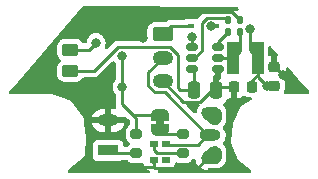
<source format=gbr>
%TF.GenerationSoftware,KiCad,Pcbnew,(7.0.0-0)*%
%TF.CreationDate,2023-03-02T14:09:57-08:00*%
%TF.ProjectId,Tap_Photosensor_PCB,5461705f-5068-46f7-946f-73656e736f72,rev?*%
%TF.SameCoordinates,Original*%
%TF.FileFunction,Copper,L1,Top*%
%TF.FilePolarity,Positive*%
%FSLAX46Y46*%
G04 Gerber Fmt 4.6, Leading zero omitted, Abs format (unit mm)*
G04 Created by KiCad (PCBNEW (7.0.0-0)) date 2023-03-02 14:09:57*
%MOMM*%
%LPD*%
G01*
G04 APERTURE LIST*
G04 Aperture macros list*
%AMRoundRect*
0 Rectangle with rounded corners*
0 $1 Rounding radius*
0 $2 $3 $4 $5 $6 $7 $8 $9 X,Y pos of 4 corners*
0 Add a 4 corners polygon primitive as box body*
4,1,4,$2,$3,$4,$5,$6,$7,$8,$9,$2,$3,0*
0 Add four circle primitives for the rounded corners*
1,1,$1+$1,$2,$3*
1,1,$1+$1,$4,$5*
1,1,$1+$1,$6,$7*
1,1,$1+$1,$8,$9*
0 Add four rect primitives between the rounded corners*
20,1,$1+$1,$2,$3,$4,$5,0*
20,1,$1+$1,$4,$5,$6,$7,0*
20,1,$1+$1,$6,$7,$8,$9,0*
20,1,$1+$1,$8,$9,$2,$3,0*%
%AMHorizOval*
0 Thick line with rounded ends*
0 $1 width*
0 $2 $3 position (X,Y) of the first rounded end (center of the circle)*
0 $4 $5 position (X,Y) of the second rounded end (center of the circle)*
0 Add line between two ends*
20,1,$1,$2,$3,$4,$5,0*
0 Add two circle primitives to create the rounded ends*
1,1,$1,$2,$3*
1,1,$1,$4,$5*%
%AMFreePoly0*
4,1,19,0.500000,-0.750000,0.000000,-0.750000,0.000000,-0.744911,-0.071157,-0.744911,-0.207708,-0.704816,-0.327430,-0.627875,-0.420627,-0.520320,-0.479746,-0.390866,-0.500000,-0.250000,-0.500000,0.250000,-0.479746,0.390866,-0.420627,0.520320,-0.327430,0.627875,-0.207708,0.704816,-0.071157,0.744911,0.000000,0.744911,0.000000,0.750000,0.500000,0.750000,0.500000,-0.750000,0.500000,-0.750000,
$1*%
%AMFreePoly1*
4,1,19,0.000000,0.744911,0.071157,0.744911,0.207708,0.704816,0.327430,0.627875,0.420627,0.520320,0.479746,0.390866,0.500000,0.250000,0.500000,-0.250000,0.479746,-0.390866,0.420627,-0.520320,0.327430,-0.627875,0.207708,-0.704816,0.071157,-0.744911,0.000000,-0.744911,0.000000,-0.750000,-0.500000,-0.750000,-0.500000,0.750000,0.000000,0.750000,0.000000,0.744911,0.000000,0.744911,
$1*%
G04 Aperture macros list end*
%TA.AperFunction,SMDPad,CuDef*%
%ADD10RoundRect,0.250000X-0.450000X0.262500X-0.450000X-0.262500X0.450000X-0.262500X0.450000X0.262500X0*%
%TD*%
%TA.AperFunction,ComponentPad*%
%ADD11RoundRect,0.250000X-0.625000X0.350000X-0.625000X-0.350000X0.625000X-0.350000X0.625000X0.350000X0*%
%TD*%
%TA.AperFunction,ComponentPad*%
%ADD12O,1.750000X1.200000*%
%TD*%
%TA.AperFunction,SMDPad,CuDef*%
%ADD13RoundRect,0.200000X-0.275000X0.200000X-0.275000X-0.200000X0.275000X-0.200000X0.275000X0.200000X0*%
%TD*%
%TA.AperFunction,SMDPad,CuDef*%
%ADD14RoundRect,0.140000X0.140000X0.170000X-0.140000X0.170000X-0.140000X-0.170000X0.140000X-0.170000X0*%
%TD*%
%TA.AperFunction,SMDPad,CuDef*%
%ADD15RoundRect,0.225000X0.225000X0.250000X-0.225000X0.250000X-0.225000X-0.250000X0.225000X-0.250000X0*%
%TD*%
%TA.AperFunction,SMDPad,CuDef*%
%ADD16FreePoly0,90.000000*%
%TD*%
%TA.AperFunction,SMDPad,CuDef*%
%ADD17FreePoly1,90.000000*%
%TD*%
%TA.AperFunction,SMDPad,CuDef*%
%ADD18RoundRect,0.175000X-0.325000X-0.175000X0.325000X-0.175000X0.325000X0.175000X-0.325000X0.175000X0*%
%TD*%
%TA.AperFunction,SMDPad,CuDef*%
%ADD19R,0.700000X0.600000*%
%TD*%
%TA.AperFunction,SMDPad,CuDef*%
%ADD20RoundRect,0.250000X-0.250000X-0.475000X0.250000X-0.475000X0.250000X0.475000X-0.250000X0.475000X0*%
%TD*%
%TA.AperFunction,SMDPad,CuDef*%
%ADD21RoundRect,0.140000X-0.140000X-0.170000X0.140000X-0.170000X0.140000X0.170000X-0.140000X0.170000X0*%
%TD*%
%TA.AperFunction,SMDPad,CuDef*%
%ADD22R,0.600000X0.450000*%
%TD*%
%TA.AperFunction,SMDPad,CuDef*%
%ADD23R,1.000000X2.700000*%
%TD*%
%TA.AperFunction,SMDPad,CuDef*%
%ADD24RoundRect,0.225000X0.250000X-0.225000X0.250000X0.225000X-0.250000X0.225000X-0.250000X-0.225000X0*%
%TD*%
%TA.AperFunction,ComponentPad*%
%ADD25R,1.782000X0.958000*%
%TD*%
%TA.AperFunction,ComponentPad*%
%ADD26O,1.782000X0.958000*%
%TD*%
%TA.AperFunction,ComponentPad*%
%ADD27HorizOval,0.955000X0.279101X-0.263011X-0.279101X0.263011X0*%
%TD*%
%TA.AperFunction,ComponentPad*%
%ADD28HorizOval,0.955000X0.279101X0.263011X-0.279101X-0.263011X0*%
%TD*%
%TA.AperFunction,ViaPad*%
%ADD29C,0.800000*%
%TD*%
%TA.AperFunction,Conductor*%
%ADD30C,0.250000*%
%TD*%
G04 APERTURE END LIST*
%TO.C,JP2*%
G36*
X112760000Y-64670000D02*
G01*
X112160000Y-64670000D01*
X112160000Y-64170000D01*
X112760000Y-64170000D01*
X112760000Y-64670000D01*
G37*
%TO.C,U1*%
G36*
X117250335Y-66427139D02*
G01*
X117376957Y-66461068D01*
X117490484Y-66526612D01*
X117583178Y-66619306D01*
X117648722Y-66732833D01*
X117682651Y-66859455D01*
X117684790Y-66925000D01*
X117684790Y-67380000D01*
X117682651Y-67445545D01*
X117648722Y-67572167D01*
X117583178Y-67685694D01*
X117490484Y-67778388D01*
X117376957Y-67843932D01*
X117250335Y-67877861D01*
X117184790Y-67880000D01*
X116466790Y-67880000D01*
X116395820Y-67877381D01*
X116260147Y-67835673D01*
X116142719Y-67755940D01*
X116053904Y-67645221D01*
X116001544Y-67513292D01*
X115990263Y-67371801D01*
X116021055Y-67233242D01*
X116091202Y-67109848D01*
X116141061Y-67059275D01*
X116677061Y-66554275D01*
X116721859Y-66514444D01*
X116826812Y-66456596D01*
X116942870Y-66426730D01*
X117002790Y-66425000D01*
X117184790Y-66425000D01*
X117250335Y-66427139D01*
G37*
G36*
X117250335Y-63122139D02*
G01*
X117376957Y-63156068D01*
X117490484Y-63221612D01*
X117583178Y-63314306D01*
X117648722Y-63427833D01*
X117682651Y-63554455D01*
X117684790Y-63620000D01*
X117684790Y-64075000D01*
X117682651Y-64140545D01*
X117648722Y-64267167D01*
X117583178Y-64380694D01*
X117490484Y-64473388D01*
X117376957Y-64538932D01*
X117250335Y-64572861D01*
X117184790Y-64575000D01*
X117002790Y-64575000D01*
X116942870Y-64573271D01*
X116826812Y-64543405D01*
X116721859Y-64485557D01*
X116677061Y-64445725D01*
X116141061Y-63940725D01*
X116091202Y-63890152D01*
X116021055Y-63766758D01*
X115990263Y-63628199D01*
X116001544Y-63486708D01*
X116053904Y-63354779D01*
X116142719Y-63244060D01*
X116260147Y-63164327D01*
X116395820Y-63122619D01*
X116466790Y-63120000D01*
X117184790Y-63120000D01*
X117250335Y-63122139D01*
G37*
%TD*%
D10*
%TO.P,F1,1*%
%TO.N,Vcc*%
X104850000Y-58237500D03*
%TO.P,F1,2*%
%TO.N,/fuse_out*%
X104850000Y-60062500D03*
%TD*%
D11*
%TO.P,J1,1,Pin_1*%
%TO.N,Vin*%
X112675000Y-56925000D03*
D12*
%TO.P,J1,2,Pin_2*%
%TO.N,SIG*%
X112674999Y-58924999D03*
%TO.P,J1,3,Pin_3*%
%TO.N,GND*%
X112674999Y-60924999D03*
%TD*%
D13*
%TO.P,R1,1*%
%TO.N,+5V*%
X110452990Y-65375000D03*
%TO.P,R1,2*%
%TO.N,Net-(U1-ANODE)*%
X110452990Y-67025000D03*
%TD*%
D14*
%TO.P,C2,1*%
%TO.N,/sw_node*%
X119205000Y-56700000D03*
%TO.P,C2,2*%
%TO.N,/bst*%
X118245000Y-56700000D03*
%TD*%
D15*
%TO.P,C3,1*%
%TO.N,/fb*%
X120275000Y-61375000D03*
%TO.P,C3,2*%
%TO.N,GND*%
X118725000Y-61375000D03*
%TD*%
D16*
%TO.P,JP2,1,A*%
%TO.N,Net-(JP2-A)*%
X112460000Y-65070000D03*
D17*
%TO.P,JP2,2,B*%
%TO.N,+5V*%
X112460000Y-63770000D03*
%TD*%
D18*
%TO.P,U2,1,FB*%
%TO.N,/fb*%
X115150000Y-57975000D03*
%TO.P,U2,2,EN*%
%TO.N,Net-(U2-EN)*%
X115150000Y-58925000D03*
%TO.P,U2,3,IN*%
%TO.N,/fuse_out*%
X115150000Y-59875000D03*
%TO.P,U2,4,GND*%
%TO.N,GND*%
X117350000Y-59875000D03*
%TO.P,U2,5,SW*%
%TO.N,/sw_node*%
X117350000Y-58925000D03*
%TO.P,U2,6,BST*%
%TO.N,/bst*%
X117350000Y-57975000D03*
%TD*%
D19*
%TO.P,D1,1,R*%
%TO.N,SIG*%
X112939999Y-66199999D03*
%TO.P,D1,2,A*%
%TO.N,Net-(D1-A)*%
X111939999Y-66199999D03*
%TO.P,D1,3,B*%
%TO.N,GND*%
X111939999Y-67599999D03*
%TO.P,D1,4,G*%
%TO.N,unconnected-(D1-G-Pad4)*%
X112939999Y-67599999D03*
%TD*%
D20*
%TO.P,C1,1*%
%TO.N,/fuse_out*%
X115325000Y-61650000D03*
%TO.P,C1,2*%
%TO.N,GND*%
X117225000Y-61650000D03*
%TD*%
D21*
%TO.P,C4,1*%
%TO.N,Net-(U2-EN)*%
X118245000Y-55750000D03*
%TO.P,C4,2*%
%TO.N,GND*%
X119205000Y-55750000D03*
%TD*%
D22*
%TO.P,D3,1,K*%
%TO.N,Vcc*%
X117224999Y-56224999D03*
%TO.P,D3,2,A*%
%TO.N,Vin*%
X115124999Y-56224999D03*
%TD*%
D13*
%TO.P,R3,1*%
%TO.N,Net-(JP2-A)*%
X114400000Y-65375000D03*
%TO.P,R3,2*%
%TO.N,Net-(D1-A)*%
X114400000Y-67025000D03*
%TD*%
D23*
%TO.P,L1,1,1*%
%TO.N,/sw_node*%
X118624999Y-58899999D03*
%TO.P,L1,2,2*%
%TO.N,/fb*%
X120724999Y-58899999D03*
%TD*%
D24*
%TO.P,C5,1*%
%TO.N,/fb*%
X122150000Y-61275000D03*
%TO.P,C5,2*%
%TO.N,GND*%
X122150000Y-59725000D03*
%TD*%
D25*
%TO.P,U1,1,ANODE*%
%TO.N,Net-(U1-ANODE)*%
X108067999Y-66769999D03*
D26*
%TO.P,U1,2,CATHODE*%
%TO.N,GND*%
X108067999Y-64229999D03*
D27*
%TO.P,U1,3,VCC*%
%TO.N,+5V*%
X116731999Y-63846999D03*
D26*
%TO.P,U1,4,OUTPUT*%
%TO.N,SIG*%
X116731999Y-65499999D03*
D28*
%TO.P,U1,5,GROUND*%
%TO.N,GND*%
X116731999Y-67152999D03*
%TD*%
D29*
%TO.N,GND*%
X118500000Y-63300000D03*
X102900000Y-61000000D03*
X111003608Y-57275500D03*
X106925000Y-55925000D03*
X106200000Y-67800000D03*
X122857350Y-60363974D03*
X118600000Y-68200000D03*
%TO.N,+5V*%
X109250000Y-58750000D03*
X109250000Y-61375000D03*
%TO.N,/fb*%
X121500000Y-61300000D03*
X120100000Y-56500000D03*
X115150000Y-57150000D03*
%TO.N,Vcc*%
X107042872Y-57649500D03*
X116752458Y-56250989D03*
%TD*%
D30*
%TO.N,SIG*%
X111475480Y-60124520D02*
X112675000Y-58925000D01*
X112849520Y-61849520D02*
X112017052Y-61849520D01*
X112940000Y-66300000D02*
X115665000Y-66300000D01*
X115665000Y-66300000D02*
X116465000Y-65500000D01*
X112017052Y-61849520D02*
X111475480Y-61307948D01*
X116465000Y-65500000D02*
X116465000Y-65465000D01*
X116390000Y-65500000D02*
X116390000Y-65498217D01*
X111475480Y-61307948D02*
X111475480Y-60124520D01*
X116465000Y-65465000D02*
X112849520Y-61849520D01*
%TO.N,GND*%
X118538908Y-55076978D02*
X107773022Y-55076978D01*
X116099489Y-67424511D02*
X116446000Y-67078000D01*
X117225000Y-60000000D02*
X117350000Y-59875000D01*
X116219480Y-67599520D02*
X116732000Y-67087000D01*
X119205000Y-55750000D02*
X119205000Y-55743070D01*
X118725000Y-61375000D02*
X117500000Y-61375000D01*
X122150000Y-59725000D02*
X122218376Y-59725000D01*
X111940000Y-67600000D02*
X111940000Y-68150000D01*
X116862493Y-61650000D02*
X117225000Y-61650000D01*
X114449520Y-62699520D02*
X115812973Y-62699520D01*
X106550000Y-68150000D02*
X106200000Y-67800000D01*
X117225000Y-61650000D02*
X117225000Y-60000000D01*
X112675000Y-60925000D02*
X114449520Y-62699520D01*
X111940000Y-68150000D02*
X106550000Y-68150000D01*
X119205000Y-55743070D02*
X118538908Y-55076978D01*
X122218376Y-59725000D02*
X122857350Y-60363974D01*
X111940000Y-67600000D02*
X111790480Y-67749520D01*
X107773022Y-55076978D02*
X106925000Y-55925000D01*
X112014511Y-68224511D02*
X115645489Y-68224511D01*
X115812973Y-62699520D02*
X116862493Y-61650000D01*
X115645489Y-68224511D02*
X116465000Y-67405000D01*
X117500000Y-61375000D02*
X117225000Y-61650000D01*
X111940000Y-68150000D02*
X112014511Y-68224511D01*
%TO.N,Net-(U2-EN)*%
X118021488Y-55526488D02*
X118245000Y-55750000D01*
X115406427Y-58925000D02*
X116027957Y-58303470D01*
X116027957Y-58303470D02*
X116027957Y-55950890D01*
X116027957Y-55950890D02*
X116452359Y-55526488D01*
X116452359Y-55526488D02*
X118021488Y-55526488D01*
X115150000Y-58925000D02*
X115406427Y-58925000D01*
%TO.N,Vin*%
X113375000Y-56225000D02*
X112675000Y-56925000D01*
X115125000Y-56225000D02*
X113375000Y-56225000D01*
%TO.N,/fuse_out*%
X111899520Y-58000480D02*
X113332948Y-58000480D01*
X114175000Y-61650000D02*
X115325000Y-61650000D01*
X114025000Y-61500000D02*
X114175000Y-61650000D01*
X108900000Y-58000000D02*
X111899040Y-58000000D01*
X111899040Y-58000000D02*
X111899520Y-58000480D01*
X113332948Y-58000480D02*
X114025000Y-58692532D01*
X104850000Y-60062500D02*
X106837500Y-60062500D01*
X115325000Y-61650000D02*
X115325000Y-60050000D01*
X106837500Y-60062500D02*
X108900000Y-58000000D01*
X115325000Y-60050000D02*
X115150000Y-59875000D01*
X114025000Y-58692532D02*
X114025000Y-61500000D01*
%TO.N,/sw_node*%
X119205000Y-58320000D02*
X118625000Y-58900000D01*
X119205000Y-56700000D02*
X119205000Y-58320000D01*
X118600000Y-58925000D02*
X118625000Y-58900000D01*
X117350000Y-58925000D02*
X118600000Y-58925000D01*
%TO.N,+5V*%
X109250000Y-61375000D02*
X109250000Y-58750000D01*
X109250000Y-62850000D02*
X109250000Y-61375000D01*
X110150000Y-63750000D02*
X109250000Y-62850000D01*
X112460000Y-63770000D02*
X110170000Y-63770000D01*
X110170000Y-63770000D02*
X110150000Y-63750000D01*
X110452990Y-64052990D02*
X110150000Y-63750000D01*
X110452990Y-65375000D02*
X110452990Y-64052990D01*
%TO.N,/bst*%
X117350000Y-57595000D02*
X118245000Y-56700000D01*
X117350000Y-57975000D02*
X117350000Y-57595000D01*
%TO.N,/fb*%
X120100000Y-56500000D02*
X120100000Y-58275000D01*
X120725000Y-58900000D02*
X120725000Y-60375000D01*
X120725000Y-60525000D02*
X120725000Y-58900000D01*
X120725000Y-60375000D02*
X120275000Y-60825000D01*
X120275000Y-60825000D02*
X120275000Y-61375000D01*
X120100000Y-58275000D02*
X120725000Y-58900000D01*
X121500000Y-61300000D02*
X120725000Y-60525000D01*
X115150000Y-57975000D02*
X115150000Y-57150000D01*
%TO.N,Net-(D1-A)*%
X114350489Y-66975489D02*
X114400000Y-67025000D01*
X111940000Y-66750000D02*
X112165489Y-66975489D01*
X112165489Y-66975489D02*
X114350489Y-66975489D01*
X111940000Y-66200000D02*
X111940000Y-66750000D01*
%TO.N,Vcc*%
X117225000Y-56225000D02*
X117199011Y-56250989D01*
X117199011Y-56250989D02*
X116752458Y-56250989D01*
X106454872Y-58237500D02*
X107042872Y-57649500D01*
X104850000Y-58237500D02*
X106454872Y-58237500D01*
%TO.N,Net-(JP2-A)*%
X114400000Y-65375000D02*
X112765000Y-65375000D01*
X112765000Y-65375000D02*
X112460000Y-65070000D01*
%TO.N,Net-(U1-ANODE)*%
X108590000Y-67025000D02*
X108335000Y-66770000D01*
X110452990Y-67025000D02*
X108590000Y-67025000D01*
%TD*%
%TA.AperFunction,Conductor*%
%TO.N,GND*%
G36*
X118887020Y-61132342D02*
G01*
X118935359Y-61164641D01*
X118967658Y-61212980D01*
X118979000Y-61270000D01*
X118979000Y-62343325D01*
X118981434Y-62355565D01*
X118993675Y-62358000D01*
X118995044Y-62358000D01*
X119002629Y-62357613D01*
X119091142Y-62348570D01*
X119106954Y-62345186D01*
X119253651Y-62296575D01*
X119269272Y-62289291D01*
X119400343Y-62208446D01*
X119413863Y-62197755D01*
X119472902Y-62138716D01*
X119533706Y-62101892D01*
X119604651Y-62097429D01*
X119663346Y-62123564D01*
X119663580Y-62123170D01*
X119799610Y-62203618D01*
X119951373Y-62247709D01*
X119986837Y-62250500D01*
X120074091Y-62250499D01*
X120137430Y-62264632D01*
X120188755Y-62304352D01*
X120218326Y-62362123D01*
X120220533Y-62426984D01*
X120194957Y-62486632D01*
X120146451Y-62529748D01*
X119310229Y-62994316D01*
X119310223Y-62994320D01*
X119300000Y-63000000D01*
X119295052Y-63010601D01*
X119295051Y-63010604D01*
X118605911Y-64487332D01*
X118605910Y-64487335D01*
X118600000Y-64500000D01*
X118599128Y-64513950D01*
X118599128Y-64513951D01*
X118508048Y-65971239D01*
X118500000Y-66100000D01*
X118506150Y-66115376D01*
X118506151Y-66115379D01*
X119096367Y-67590919D01*
X119096369Y-67590922D01*
X119100000Y-67600000D01*
X120155239Y-68429116D01*
X120161250Y-68433839D01*
X120205864Y-68491648D01*
X120217652Y-68563712D01*
X120193783Y-68632724D01*
X120139991Y-68682107D01*
X120069195Y-68700000D01*
X116484281Y-68700000D01*
X116456992Y-68693048D01*
X116430564Y-68700000D01*
X112402382Y-68700000D01*
X112330197Y-68681347D01*
X112276086Y-68630058D01*
X112253596Y-68558975D01*
X112268358Y-68485896D01*
X112316677Y-68429116D01*
X112380836Y-68404968D01*
X112380758Y-68404634D01*
X112383355Y-68404020D01*
X112386454Y-68402854D01*
X112389824Y-68402491D01*
X112407826Y-68398238D01*
X112525981Y-68354168D01*
X112544491Y-68344060D01*
X112562980Y-68330220D01*
X112605219Y-68308124D01*
X112652268Y-68300499D01*
X113321518Y-68300499D01*
X113415304Y-68285646D01*
X113528342Y-68228050D01*
X113618050Y-68138342D01*
X113675646Y-68025304D01*
X113690500Y-67931519D01*
X113690499Y-67918002D01*
X113708089Y-67847764D01*
X113756714Y-67794109D01*
X113824892Y-67769713D01*
X113896519Y-67780337D01*
X113929767Y-67794109D01*
X113968238Y-67810044D01*
X114085639Y-67825500D01*
X114714360Y-67825499D01*
X114831762Y-67810044D01*
X114977841Y-67749536D01*
X115103282Y-67653282D01*
X115199536Y-67527841D01*
X115202391Y-67520948D01*
X115253591Y-67468741D01*
X115324800Y-67447418D01*
X115397448Y-67463151D01*
X115453456Y-67512023D01*
X115478884Y-67581871D01*
X115481007Y-67603684D01*
X115483969Y-67618423D01*
X115538679Y-67795479D01*
X115544551Y-67809328D01*
X115633781Y-67971746D01*
X115642314Y-67984121D01*
X115762418Y-68125259D01*
X115773266Y-68135661D01*
X115919319Y-68249730D01*
X115932047Y-68257741D01*
X116098066Y-68340071D01*
X116112152Y-68345358D01*
X116291346Y-68392584D01*
X116306194Y-68394925D01*
X116438757Y-68402225D01*
X116453953Y-68407130D01*
X116462277Y-68403634D01*
X116475428Y-68401670D01*
X116475891Y-68399427D01*
X116504032Y-68338253D01*
X116556231Y-68295715D01*
X116621825Y-68280500D01*
X117155191Y-68280500D01*
X117160880Y-68280630D01*
X117166351Y-68281315D01*
X117188904Y-68280578D01*
X117193764Y-68280500D01*
X117216309Y-68280500D01*
X117216309Y-68280878D01*
X117219721Y-68280800D01*
X117229115Y-68282798D01*
X117272483Y-68278238D01*
X117283205Y-68277501D01*
X117294900Y-68277120D01*
X117302915Y-68275580D01*
X117315435Y-68273724D01*
X117323549Y-68272872D01*
X117334860Y-68269840D01*
X117345313Y-68267439D01*
X117388151Y-68259215D01*
X117398426Y-68253548D01*
X117400404Y-68252834D01*
X117412466Y-68249045D01*
X117424831Y-68245732D01*
X117438081Y-68243634D01*
X117438078Y-68243616D01*
X117449550Y-68241177D01*
X117461261Y-68240564D01*
X117492177Y-68228696D01*
X117493592Y-68228153D01*
X117499879Y-68226110D01*
X117499876Y-68226100D01*
X117505403Y-68224142D01*
X117511061Y-68222627D01*
X117526715Y-68215655D01*
X117533906Y-68212677D01*
X117549909Y-68206536D01*
X117554986Y-68203603D01*
X117560271Y-68201084D01*
X117560275Y-68201094D01*
X117566174Y-68198088D01*
X117587088Y-68188777D01*
X117587088Y-68188776D01*
X117597806Y-68184005D01*
X117606524Y-68176154D01*
X117616355Y-68169770D01*
X117616365Y-68169786D01*
X117627219Y-68161900D01*
X117640717Y-68154107D01*
X117652981Y-68148647D01*
X117652973Y-68148631D01*
X117663419Y-68143308D01*
X117674574Y-68139684D01*
X117702592Y-68119327D01*
X117708136Y-68115728D01*
X117708130Y-68115719D01*
X117712960Y-68112398D01*
X117718028Y-68109473D01*
X117731332Y-68098698D01*
X117737523Y-68093947D01*
X117751393Y-68083872D01*
X117755538Y-68079725D01*
X117759994Y-68075920D01*
X117760001Y-68075929D01*
X117764908Y-68071509D01*
X117791822Y-68049717D01*
X117798210Y-68039878D01*
X117806056Y-68031166D01*
X117806069Y-68031178D01*
X117814506Y-68020756D01*
X117825539Y-68009724D01*
X117835964Y-68001283D01*
X117835952Y-68001269D01*
X117844666Y-67993422D01*
X117854507Y-67987032D01*
X117876309Y-67960106D01*
X117880722Y-67955207D01*
X117880714Y-67955200D01*
X117884520Y-67950743D01*
X117888661Y-67946603D01*
X117898735Y-67932736D01*
X117903475Y-67926560D01*
X117906429Y-67922912D01*
X117914263Y-67913238D01*
X117917190Y-67908166D01*
X117920507Y-67903341D01*
X117920516Y-67903347D01*
X117924120Y-67897797D01*
X117937582Y-67879269D01*
X117944474Y-67869784D01*
X117948097Y-67858631D01*
X117953422Y-67848182D01*
X117953438Y-67848190D01*
X117958897Y-67835927D01*
X117966690Y-67822429D01*
X117974576Y-67811575D01*
X117974560Y-67811565D01*
X117980944Y-67801734D01*
X117988795Y-67793016D01*
X118002879Y-67761381D01*
X118005886Y-67755481D01*
X118005876Y-67755476D01*
X118008394Y-67750196D01*
X118011326Y-67745119D01*
X118017478Y-67729090D01*
X118020453Y-67721910D01*
X118027417Y-67706271D01*
X118028934Y-67700605D01*
X118030887Y-67695094D01*
X118030897Y-67695097D01*
X118032942Y-67688805D01*
X118040602Y-67668850D01*
X118045354Y-67656472D01*
X118045967Y-67644760D01*
X118048406Y-67633288D01*
X118048424Y-67633291D01*
X118050522Y-67620041D01*
X118053835Y-67607676D01*
X118057624Y-67595614D01*
X118058338Y-67593636D01*
X118064005Y-67583361D01*
X118072229Y-67540523D01*
X118074630Y-67530070D01*
X118077662Y-67518759D01*
X118078514Y-67510645D01*
X118080370Y-67498125D01*
X118081910Y-67490110D01*
X118082291Y-67478415D01*
X118083029Y-67467689D01*
X118083506Y-67463151D01*
X118087588Y-67424325D01*
X118085590Y-67414931D01*
X118085668Y-67411519D01*
X118085290Y-67411519D01*
X118085290Y-67388974D01*
X118085369Y-67384114D01*
X118085914Y-67367407D01*
X118086105Y-67361561D01*
X118085420Y-67356090D01*
X118085290Y-67350401D01*
X118085290Y-66954599D01*
X118085420Y-66948909D01*
X118086105Y-66943439D01*
X118085368Y-66920885D01*
X118085290Y-66916026D01*
X118085290Y-66893481D01*
X118085634Y-66893481D01*
X118085572Y-66890150D01*
X118087588Y-66880675D01*
X118083029Y-66837308D01*
X118082291Y-66826582D01*
X118082256Y-66825500D01*
X118081910Y-66814890D01*
X118080370Y-66806873D01*
X118078515Y-66794357D01*
X118078274Y-66792064D01*
X118078273Y-66792062D01*
X118077662Y-66786241D01*
X118074631Y-66774931D01*
X118072231Y-66764485D01*
X118064005Y-66721639D01*
X118058340Y-66711366D01*
X118057619Y-66709369D01*
X118053827Y-66697294D01*
X118051037Y-66686881D01*
X118050522Y-66684960D01*
X118048424Y-66671705D01*
X118048405Y-66671710D01*
X118045967Y-66660241D01*
X118045354Y-66648528D01*
X118041150Y-66637578D01*
X118041150Y-66637574D01*
X118032940Y-66616188D01*
X118030897Y-66609898D01*
X118030886Y-66609902D01*
X118028933Y-66604387D01*
X118027417Y-66598729D01*
X118020454Y-66583092D01*
X118017467Y-66575879D01*
X118013425Y-66565349D01*
X118013424Y-66565347D01*
X118011326Y-66559881D01*
X118008396Y-66554807D01*
X118005879Y-66549529D01*
X118005888Y-66549524D01*
X118002879Y-66543618D01*
X117993565Y-66522697D01*
X117993564Y-66522695D01*
X117988795Y-66511984D01*
X117980948Y-66503269D01*
X117974561Y-66493434D01*
X117974576Y-66493423D01*
X117966692Y-66482572D01*
X117958894Y-66469066D01*
X117953437Y-66456807D01*
X117953421Y-66456816D01*
X117948097Y-66446367D01*
X117944474Y-66435216D01*
X117937583Y-66425732D01*
X117937582Y-66425729D01*
X117924115Y-66407195D01*
X117920514Y-66401650D01*
X117920506Y-66401657D01*
X117917190Y-66396833D01*
X117914263Y-66391762D01*
X117903461Y-66378422D01*
X117898752Y-66372286D01*
X117888661Y-66358397D01*
X117884522Y-66354258D01*
X117880719Y-66349805D01*
X117880727Y-66349798D01*
X117876300Y-66344881D01*
X117861887Y-66327081D01*
X117861884Y-66327078D01*
X117854507Y-66317968D01*
X117844673Y-66311581D01*
X117835957Y-66303734D01*
X117835969Y-66303720D01*
X117825528Y-66295264D01*
X117815904Y-66285639D01*
X117778440Y-66222727D01*
X117775470Y-66149564D01*
X117807709Y-66083822D01*
X117812406Y-66078292D01*
X117818274Y-66072734D01*
X117925631Y-65914394D01*
X117996439Y-65736679D01*
X118027389Y-65547896D01*
X118017032Y-65356874D01*
X117965853Y-65172544D01*
X117876245Y-65003526D01*
X117804977Y-64919623D01*
X117775240Y-64863981D01*
X117771194Y-64801021D01*
X117793564Y-64742033D01*
X117794910Y-64739961D01*
X117814506Y-64715756D01*
X117825539Y-64704724D01*
X117835964Y-64696283D01*
X117835952Y-64696269D01*
X117844666Y-64688422D01*
X117854507Y-64682032D01*
X117876309Y-64655106D01*
X117880722Y-64650207D01*
X117880714Y-64650200D01*
X117884520Y-64645743D01*
X117888661Y-64641603D01*
X117898735Y-64627736D01*
X117903475Y-64621560D01*
X117910578Y-64612788D01*
X117914263Y-64608238D01*
X117917190Y-64603166D01*
X117920507Y-64598341D01*
X117920516Y-64598347D01*
X117924120Y-64592797D01*
X117944474Y-64564784D01*
X117948097Y-64553631D01*
X117953422Y-64543182D01*
X117953438Y-64543190D01*
X117958897Y-64530927D01*
X117966690Y-64517429D01*
X117974576Y-64506575D01*
X117974560Y-64506565D01*
X117980944Y-64496734D01*
X117988795Y-64488016D01*
X118002879Y-64456381D01*
X118005886Y-64450481D01*
X118005876Y-64450476D01*
X118008394Y-64445196D01*
X118011326Y-64440119D01*
X118017478Y-64424090D01*
X118020453Y-64416910D01*
X118027417Y-64401271D01*
X118028934Y-64395605D01*
X118030887Y-64390094D01*
X118030897Y-64390097D01*
X118032942Y-64383805D01*
X118045354Y-64351472D01*
X118045967Y-64339760D01*
X118048406Y-64328288D01*
X118048424Y-64328291D01*
X118050522Y-64315041D01*
X118053835Y-64302676D01*
X118057624Y-64290614D01*
X118058338Y-64288636D01*
X118064005Y-64278361D01*
X118072229Y-64235523D01*
X118074630Y-64225070D01*
X118077662Y-64213759D01*
X118078514Y-64205645D01*
X118080370Y-64193125D01*
X118081910Y-64185110D01*
X118082291Y-64173415D01*
X118083029Y-64162689D01*
X118087588Y-64119325D01*
X118085590Y-64109931D01*
X118085668Y-64106519D01*
X118085290Y-64106519D01*
X118085290Y-64083974D01*
X118085369Y-64079114D01*
X118085914Y-64062407D01*
X118086105Y-64056561D01*
X118085420Y-64051090D01*
X118085290Y-64045401D01*
X118085290Y-63649599D01*
X118085420Y-63643909D01*
X118086105Y-63638439D01*
X118085368Y-63615885D01*
X118085290Y-63611026D01*
X118085290Y-63588481D01*
X118085634Y-63588481D01*
X118085572Y-63585150D01*
X118087588Y-63575675D01*
X118083029Y-63532308D01*
X118082291Y-63521582D01*
X118082287Y-63521465D01*
X118081910Y-63509890D01*
X118080370Y-63501873D01*
X118078515Y-63489357D01*
X118078274Y-63487064D01*
X118078273Y-63487062D01*
X118077662Y-63481241D01*
X118074631Y-63469931D01*
X118072231Y-63459485D01*
X118064005Y-63416639D01*
X118058340Y-63406366D01*
X118057619Y-63404369D01*
X118053827Y-63392294D01*
X118050522Y-63379960D01*
X118048424Y-63366705D01*
X118048405Y-63366710D01*
X118045967Y-63355241D01*
X118045354Y-63343528D01*
X118041150Y-63332578D01*
X118041150Y-63332574D01*
X118032940Y-63311188D01*
X118030897Y-63304898D01*
X118030886Y-63304902D01*
X118028933Y-63299387D01*
X118027417Y-63293729D01*
X118020454Y-63278092D01*
X118017467Y-63270879D01*
X118013425Y-63260349D01*
X118013424Y-63260347D01*
X118011326Y-63254881D01*
X118008396Y-63249807D01*
X118005879Y-63244529D01*
X118005888Y-63244524D01*
X118002879Y-63238618D01*
X117993565Y-63217697D01*
X117993564Y-63217695D01*
X117988795Y-63206984D01*
X117980948Y-63198269D01*
X117974561Y-63188434D01*
X117974576Y-63188423D01*
X117966692Y-63177572D01*
X117958894Y-63164066D01*
X117953437Y-63151807D01*
X117953421Y-63151816D01*
X117948097Y-63141367D01*
X117944474Y-63130216D01*
X117937583Y-63120732D01*
X117937582Y-63120729D01*
X117924115Y-63102195D01*
X117920514Y-63096650D01*
X117920506Y-63096657D01*
X117917190Y-63091833D01*
X117914263Y-63086762D01*
X117903461Y-63073422D01*
X117898752Y-63067286D01*
X117888661Y-63053397D01*
X117884522Y-63049258D01*
X117880719Y-63044805D01*
X117880727Y-63044798D01*
X117876300Y-63039881D01*
X117875259Y-63038596D01*
X117854507Y-63012968D01*
X117847055Y-63008129D01*
X117809148Y-62953397D01*
X117799467Y-62885572D01*
X117821160Y-62820585D01*
X117869641Y-62772176D01*
X117940951Y-62728192D01*
X117954474Y-62717499D01*
X118067499Y-62604474D01*
X118078190Y-62590954D01*
X118162102Y-62454910D01*
X118173054Y-62431424D01*
X118175040Y-62432350D01*
X118206387Y-62382739D01*
X118268770Y-62347020D01*
X118340618Y-62344666D01*
X118358860Y-62348571D01*
X118447370Y-62357613D01*
X118454956Y-62358000D01*
X118456325Y-62358000D01*
X118468565Y-62355565D01*
X118471000Y-62343325D01*
X118471000Y-61270000D01*
X118482342Y-61212980D01*
X118514641Y-61164641D01*
X118562980Y-61132342D01*
X118620000Y-61121000D01*
X118830000Y-61121000D01*
X118887020Y-61132342D01*
G37*
%TD.AperFunction*%
%TA.AperFunction,Conductor*%
G36*
X118931866Y-54599475D02*
G01*
X118993724Y-54613448D01*
X119044170Y-54651883D01*
X119075675Y-54688889D01*
X119105990Y-54746341D01*
X119108979Y-54811231D01*
X119084074Y-54871227D01*
X119036008Y-54914924D01*
X118977880Y-54932798D01*
X118977904Y-54932926D01*
X118976825Y-54933123D01*
X118973918Y-54934017D01*
X118970423Y-54934292D01*
X118955513Y-54937015D01*
X118814599Y-54977955D01*
X118797534Y-54985339D01*
X118681370Y-55054038D01*
X118617315Y-55074320D01*
X118550862Y-55064398D01*
X118523063Y-55053435D01*
X118523060Y-55053434D01*
X118514174Y-55049930D01*
X118504690Y-55048791D01*
X118504686Y-55048790D01*
X118431744Y-55040031D01*
X118431739Y-55040030D01*
X118427320Y-55039500D01*
X118422865Y-55039500D01*
X118251645Y-55039500D01*
X118211447Y-55033974D01*
X118196561Y-55029803D01*
X118182114Y-55024945D01*
X118156555Y-55014866D01*
X118156550Y-55014865D01*
X118147077Y-55011129D01*
X118136950Y-55010087D01*
X118136939Y-55010085D01*
X118132633Y-55009643D01*
X118107683Y-55004901D01*
X118093716Y-55000988D01*
X118083525Y-55000988D01*
X118056067Y-55000988D01*
X118040830Y-55000207D01*
X118013513Y-54997398D01*
X118013506Y-54997398D01*
X118003378Y-54996357D01*
X117993345Y-54998086D01*
X117993338Y-54998087D01*
X117989081Y-54998822D01*
X117963765Y-55000988D01*
X116463883Y-55000988D01*
X116458796Y-55000901D01*
X116408300Y-54999175D01*
X116408292Y-54999175D01*
X116398114Y-54998828D01*
X116388212Y-55001240D01*
X116388210Y-55001241D01*
X116361533Y-55007741D01*
X116346556Y-55010587D01*
X116319348Y-55014327D01*
X116319336Y-55014330D01*
X116309248Y-55015717D01*
X116299904Y-55019775D01*
X116299898Y-55019777D01*
X116295932Y-55021500D01*
X116271860Y-55029595D01*
X116267667Y-55030616D01*
X116267655Y-55030620D01*
X116257765Y-55033031D01*
X116248884Y-55038023D01*
X116248882Y-55038025D01*
X116224953Y-55051479D01*
X116211297Y-55058261D01*
X116186103Y-55069204D01*
X116186089Y-55069211D01*
X116176750Y-55073269D01*
X116168845Y-55079699D01*
X116168840Y-55079703D01*
X116165486Y-55082432D01*
X116144493Y-55096720D01*
X116140731Y-55098835D01*
X116140727Y-55098837D01*
X116131847Y-55103831D01*
X116124646Y-55111031D01*
X116124639Y-55111037D01*
X116105220Y-55130456D01*
X116093902Y-55140670D01*
X116072600Y-55158001D01*
X116072597Y-55158004D01*
X116064694Y-55164434D01*
X116058818Y-55172757D01*
X116058816Y-55172760D01*
X116056324Y-55176291D01*
X116039961Y-55195715D01*
X115665296Y-55570380D01*
X115605981Y-55606728D01*
X115536630Y-55612187D01*
X115462303Y-55600415D01*
X115462289Y-55600413D01*
X115456519Y-55599500D01*
X115450664Y-55599500D01*
X114799338Y-55599500D01*
X114799325Y-55599500D01*
X114793482Y-55599501D01*
X114787709Y-55600415D01*
X114787699Y-55600416D01*
X114711280Y-55612519D01*
X114711277Y-55612519D01*
X114699696Y-55614354D01*
X114689250Y-55619676D01*
X114689245Y-55619678D01*
X114597106Y-55666625D01*
X114597099Y-55666629D01*
X114586658Y-55671950D01*
X114583967Y-55674640D01*
X114549489Y-55692208D01*
X114503446Y-55699500D01*
X113386524Y-55699500D01*
X113381437Y-55699413D01*
X113330941Y-55697687D01*
X113330933Y-55697687D01*
X113320755Y-55697340D01*
X113310855Y-55699752D01*
X113310849Y-55699753D01*
X113284179Y-55706252D01*
X113269198Y-55709100D01*
X113241980Y-55712841D01*
X113241974Y-55712842D01*
X113231889Y-55714229D01*
X113222549Y-55718285D01*
X113222541Y-55718288D01*
X113218571Y-55720013D01*
X113194499Y-55728108D01*
X113190305Y-55729130D01*
X113190302Y-55729130D01*
X113180405Y-55731543D01*
X113171525Y-55736535D01*
X113171519Y-55736538D01*
X113147582Y-55749996D01*
X113133929Y-55756778D01*
X113108739Y-55767720D01*
X113108736Y-55767721D01*
X113099391Y-55771781D01*
X113091486Y-55778211D01*
X113091479Y-55778216D01*
X113088130Y-55780941D01*
X113067142Y-55795226D01*
X113063373Y-55797345D01*
X113063364Y-55797351D01*
X113054488Y-55802343D01*
X113047285Y-55809545D01*
X113047282Y-55809548D01*
X113027861Y-55828968D01*
X113016543Y-55839182D01*
X112995241Y-55856513D01*
X112995238Y-55856516D01*
X112987335Y-55862946D01*
X112981456Y-55871273D01*
X112975922Y-55877200D01*
X112926389Y-55912164D01*
X112867027Y-55924500D01*
X111984306Y-55924500D01*
X111981416Y-55924727D01*
X111981401Y-55924728D01*
X111955021Y-55926804D01*
X111955014Y-55926805D01*
X111947431Y-55927402D01*
X111940122Y-55929525D01*
X111940119Y-55929526D01*
X111798598Y-55970642D01*
X111798595Y-55970643D01*
X111789602Y-55973256D01*
X111781544Y-55978021D01*
X111781538Y-55978024D01*
X111656205Y-56052146D01*
X111656202Y-56052147D01*
X111648135Y-56056919D01*
X111641508Y-56063545D01*
X111641504Y-56063549D01*
X111538549Y-56166504D01*
X111538545Y-56166508D01*
X111531919Y-56173135D01*
X111527147Y-56181202D01*
X111527146Y-56181205D01*
X111453024Y-56306538D01*
X111453021Y-56306544D01*
X111448256Y-56314602D01*
X111402402Y-56472431D01*
X111401805Y-56480014D01*
X111401804Y-56480021D01*
X111399728Y-56506401D01*
X111399727Y-56506416D01*
X111399500Y-56509306D01*
X111399500Y-56512223D01*
X111399500Y-57325500D01*
X111388158Y-57382520D01*
X111355859Y-57430859D01*
X111307520Y-57463158D01*
X111250500Y-57474500D01*
X108911524Y-57474500D01*
X108906437Y-57474413D01*
X108855941Y-57472687D01*
X108855933Y-57472687D01*
X108845755Y-57472340D01*
X108835855Y-57474752D01*
X108835849Y-57474753D01*
X108809179Y-57481252D01*
X108794198Y-57484100D01*
X108766980Y-57487841D01*
X108766974Y-57487842D01*
X108756889Y-57489229D01*
X108747549Y-57493285D01*
X108747541Y-57493288D01*
X108743571Y-57495013D01*
X108719499Y-57503108D01*
X108715305Y-57504130D01*
X108715302Y-57504130D01*
X108705405Y-57506543D01*
X108696525Y-57511535D01*
X108696519Y-57511538D01*
X108672582Y-57524996D01*
X108658929Y-57531778D01*
X108633739Y-57542720D01*
X108633736Y-57542721D01*
X108624391Y-57546781D01*
X108616486Y-57553211D01*
X108616479Y-57553216D01*
X108613130Y-57555941D01*
X108592142Y-57570226D01*
X108588373Y-57572345D01*
X108588364Y-57572351D01*
X108579488Y-57577343D01*
X108572285Y-57584545D01*
X108572282Y-57584548D01*
X108552861Y-57603968D01*
X108541543Y-57614182D01*
X108520241Y-57631513D01*
X108520238Y-57631516D01*
X108512335Y-57637946D01*
X108506459Y-57646269D01*
X108506457Y-57646272D01*
X108503965Y-57649803D01*
X108487602Y-57669227D01*
X108020806Y-58136023D01*
X107964658Y-58171303D01*
X107898764Y-58178727D01*
X107836174Y-58156826D01*
X107789285Y-58109936D01*
X107767384Y-58047346D01*
X107774809Y-57981452D01*
X107825475Y-57836659D01*
X107825476Y-57836653D01*
X107828240Y-57828755D01*
X107848437Y-57649500D01*
X107828240Y-57470245D01*
X107768661Y-57299978D01*
X107672688Y-57147238D01*
X107545134Y-57019684D01*
X107480481Y-56979060D01*
X107399478Y-56928162D01*
X107399476Y-56928161D01*
X107392394Y-56923711D01*
X107384502Y-56920949D01*
X107384497Y-56920947D01*
X107230023Y-56866895D01*
X107222127Y-56864132D01*
X107042872Y-56843935D01*
X107034556Y-56844872D01*
X106871932Y-56863195D01*
X106871930Y-56863195D01*
X106863617Y-56864132D01*
X106855722Y-56866894D01*
X106855720Y-56866895D01*
X106701246Y-56920947D01*
X106701237Y-56920950D01*
X106693350Y-56923711D01*
X106686270Y-56928159D01*
X106686265Y-56928162D01*
X106547694Y-57015232D01*
X106547689Y-57015235D01*
X106540610Y-57019684D01*
X106534697Y-57025596D01*
X106534693Y-57025600D01*
X106418972Y-57141321D01*
X106418968Y-57141325D01*
X106413056Y-57147238D01*
X106408607Y-57154317D01*
X106408604Y-57154322D01*
X106321534Y-57292893D01*
X106321531Y-57292898D01*
X106317083Y-57299978D01*
X106314322Y-57307865D01*
X106314319Y-57307874D01*
X106263837Y-57452146D01*
X106257504Y-57470245D01*
X106256567Y-57478558D01*
X106256567Y-57478560D01*
X106245173Y-57579683D01*
X106220219Y-57646935D01*
X106166733Y-57694733D01*
X106097110Y-57712000D01*
X105985194Y-57712000D01*
X105911371Y-57692426D01*
X105856943Y-57638847D01*
X105836315Y-57603968D01*
X105818081Y-57573135D01*
X105701865Y-57456919D01*
X105626107Y-57412116D01*
X105568461Y-57378024D01*
X105568458Y-57378022D01*
X105560398Y-57373256D01*
X105549115Y-57369978D01*
X105409880Y-57329526D01*
X105409879Y-57329525D01*
X105402569Y-57327402D01*
X105394983Y-57326805D01*
X105394978Y-57326804D01*
X105368598Y-57324728D01*
X105368584Y-57324727D01*
X105365694Y-57324500D01*
X104334306Y-57324500D01*
X104331416Y-57324727D01*
X104331401Y-57324728D01*
X104305021Y-57326804D01*
X104305014Y-57326805D01*
X104297431Y-57327402D01*
X104290122Y-57329525D01*
X104290119Y-57329526D01*
X104148598Y-57370642D01*
X104148595Y-57370643D01*
X104139602Y-57373256D01*
X104131544Y-57378021D01*
X104131538Y-57378024D01*
X104006205Y-57452146D01*
X104006202Y-57452147D01*
X103998135Y-57456919D01*
X103991508Y-57463545D01*
X103991504Y-57463549D01*
X103888549Y-57566504D01*
X103888545Y-57566508D01*
X103881919Y-57573135D01*
X103877147Y-57581202D01*
X103877146Y-57581205D01*
X103803024Y-57706538D01*
X103803021Y-57706544D01*
X103798256Y-57714602D01*
X103795643Y-57723595D01*
X103795642Y-57723598D01*
X103754526Y-57865119D01*
X103752402Y-57872431D01*
X103751805Y-57880014D01*
X103751804Y-57880021D01*
X103749728Y-57906401D01*
X103749727Y-57906416D01*
X103749500Y-57909306D01*
X103749500Y-58565694D01*
X103749727Y-58568584D01*
X103749728Y-58568598D01*
X103751804Y-58594978D01*
X103751805Y-58594983D01*
X103752402Y-58602569D01*
X103754525Y-58609879D01*
X103754526Y-58609880D01*
X103789702Y-58730957D01*
X103798256Y-58760398D01*
X103803022Y-58768458D01*
X103803024Y-58768461D01*
X103824298Y-58804433D01*
X103881919Y-58901865D01*
X103998135Y-59018081D01*
X104006205Y-59022853D01*
X104013612Y-59028599D01*
X104012494Y-59030039D01*
X104057908Y-59076161D01*
X104077490Y-59149981D01*
X104057926Y-59223806D01*
X104012498Y-59269964D01*
X104013612Y-59271401D01*
X104006203Y-59277147D01*
X103998135Y-59281919D01*
X103991508Y-59288545D01*
X103991504Y-59288549D01*
X103888549Y-59391504D01*
X103888545Y-59391508D01*
X103881919Y-59398135D01*
X103877147Y-59406202D01*
X103877146Y-59406205D01*
X103803024Y-59531538D01*
X103803021Y-59531544D01*
X103798256Y-59539602D01*
X103795643Y-59548595D01*
X103795642Y-59548598D01*
X103755478Y-59686842D01*
X103752402Y-59697431D01*
X103751805Y-59705014D01*
X103751804Y-59705021D01*
X103749728Y-59731401D01*
X103749727Y-59731416D01*
X103749500Y-59734306D01*
X103749500Y-60390694D01*
X103749727Y-60393584D01*
X103749728Y-60393598D01*
X103751804Y-60419978D01*
X103751805Y-60419983D01*
X103752402Y-60427569D01*
X103754525Y-60434879D01*
X103754526Y-60434880D01*
X103789702Y-60555957D01*
X103798256Y-60585398D01*
X103803022Y-60593458D01*
X103803024Y-60593461D01*
X103846509Y-60666990D01*
X103881919Y-60726865D01*
X103998135Y-60843081D01*
X104139602Y-60926744D01*
X104297431Y-60972598D01*
X104334306Y-60975500D01*
X105362777Y-60975500D01*
X105365694Y-60975500D01*
X105402569Y-60972598D01*
X105560398Y-60926744D01*
X105701865Y-60843081D01*
X105818081Y-60726865D01*
X105853491Y-60666990D01*
X105856943Y-60661153D01*
X105911371Y-60607574D01*
X105985194Y-60588000D01*
X106825976Y-60588000D01*
X106831062Y-60588086D01*
X106891745Y-60590160D01*
X106928329Y-60581243D01*
X106943294Y-60578399D01*
X106980611Y-60573271D01*
X106993920Y-60567489D01*
X107018007Y-60559389D01*
X107032094Y-60555957D01*
X107064915Y-60537501D01*
X107078552Y-60530728D01*
X107113109Y-60515719D01*
X107124361Y-60506564D01*
X107145373Y-60492263D01*
X107158012Y-60485158D01*
X107184635Y-60458533D01*
X107195965Y-60448310D01*
X107212472Y-60434880D01*
X107225165Y-60424554D01*
X107233526Y-60412707D01*
X107249892Y-60393276D01*
X108401234Y-59241934D01*
X108453456Y-59208091D01*
X108514949Y-59198530D01*
X108574983Y-59214919D01*
X108619865Y-59251755D01*
X108620184Y-59252262D01*
X108626100Y-59258178D01*
X108626102Y-59258180D01*
X108680859Y-59312937D01*
X108713158Y-59361276D01*
X108724500Y-59418296D01*
X108724500Y-60706704D01*
X108713158Y-60763724D01*
X108680859Y-60812063D01*
X108626100Y-60866821D01*
X108626096Y-60866825D01*
X108620184Y-60872738D01*
X108615735Y-60879817D01*
X108615732Y-60879822D01*
X108528662Y-61018393D01*
X108528659Y-61018398D01*
X108524211Y-61025478D01*
X108521450Y-61033365D01*
X108521447Y-61033374D01*
X108467395Y-61187848D01*
X108464632Y-61195745D01*
X108463695Y-61204058D01*
X108463695Y-61204060D01*
X108453288Y-61296424D01*
X108444435Y-61375000D01*
X108464632Y-61554255D01*
X108467395Y-61562151D01*
X108521447Y-61716625D01*
X108521449Y-61716630D01*
X108524211Y-61724522D01*
X108528661Y-61731604D01*
X108528662Y-61731606D01*
X108604647Y-61852536D01*
X108620184Y-61877262D01*
X108626100Y-61883178D01*
X108680859Y-61937937D01*
X108713158Y-61986276D01*
X108724500Y-62043296D01*
X108724500Y-62838476D01*
X108724413Y-62843563D01*
X108722687Y-62894059D01*
X108722687Y-62894066D01*
X108722340Y-62904245D01*
X108724751Y-62914141D01*
X108724752Y-62914145D01*
X108731253Y-62940821D01*
X108734101Y-62955807D01*
X108737840Y-62983012D01*
X108737841Y-62983017D01*
X108739229Y-62993111D01*
X108745012Y-63006425D01*
X108753109Y-63030504D01*
X108756543Y-63044594D01*
X108758516Y-63048103D01*
X108768056Y-63106952D01*
X108751161Y-63168214D01*
X108710275Y-63216864D01*
X108652836Y-63244052D01*
X108595341Y-63244758D01*
X108595288Y-63245286D01*
X108590666Y-63244816D01*
X108589292Y-63244833D01*
X108587781Y-63244522D01*
X108572807Y-63243000D01*
X108336675Y-63243000D01*
X108324434Y-63245434D01*
X108322000Y-63257675D01*
X108322000Y-63961325D01*
X108324434Y-63973565D01*
X108336675Y-63976000D01*
X109420429Y-63976000D01*
X109440047Y-63971184D01*
X109499833Y-63940754D01*
X109573882Y-63943099D01*
X109637648Y-63980817D01*
X109727340Y-64070509D01*
X109727342Y-64070512D01*
X109790275Y-64133445D01*
X109793811Y-64137104D01*
X109835245Y-64181469D01*
X109841582Y-64185322D01*
X109847428Y-64190598D01*
X109883849Y-64227019D01*
X109916148Y-64275358D01*
X109927490Y-64332378D01*
X109927490Y-64536823D01*
X109912124Y-64602724D01*
X109869195Y-64655032D01*
X109862951Y-64659824D01*
X109757456Y-64740772D01*
X109757452Y-64740775D01*
X109749708Y-64746718D01*
X109743765Y-64754462D01*
X109743761Y-64754467D01*
X109659399Y-64864410D01*
X109659395Y-64864415D01*
X109653454Y-64872159D01*
X109649717Y-64881178D01*
X109649716Y-64881182D01*
X109596682Y-65009216D01*
X109596680Y-65009223D01*
X109592946Y-65018238D01*
X109591671Y-65027917D01*
X109591671Y-65027920D01*
X109582128Y-65100412D01*
X109577490Y-65135639D01*
X109577490Y-65140519D01*
X109577490Y-65140520D01*
X109577490Y-65609477D01*
X109577490Y-65609492D01*
X109577491Y-65614360D01*
X109578127Y-65619193D01*
X109578128Y-65619204D01*
X109591670Y-65722072D01*
X109592946Y-65731762D01*
X109596684Y-65740788D01*
X109596685Y-65740789D01*
X109636544Y-65837018D01*
X109653454Y-65877841D01*
X109659398Y-65885587D01*
X109659399Y-65885589D01*
X109743761Y-65995532D01*
X109749708Y-66003282D01*
X109827667Y-66063102D01*
X109852021Y-66081789D01*
X109894950Y-66134097D01*
X109910316Y-66199998D01*
X109894951Y-66265899D01*
X109852023Y-66318208D01*
X109757455Y-66390773D01*
X109757452Y-66390775D01*
X109749708Y-66396718D01*
X109743765Y-66404462D01*
X109743761Y-66404467D01*
X109715572Y-66441205D01*
X109663263Y-66484134D01*
X109597362Y-66499500D01*
X109508499Y-66499500D01*
X109451479Y-66488158D01*
X109403140Y-66455859D01*
X109370841Y-66407520D01*
X109359499Y-66350500D01*
X109359499Y-66265338D01*
X109359499Y-66265335D01*
X109359499Y-66259482D01*
X109344646Y-66165696D01*
X109287050Y-66052658D01*
X109197342Y-65962950D01*
X109084304Y-65905354D01*
X109072729Y-65903520D01*
X109072724Y-65903519D01*
X108996298Y-65891415D01*
X108996294Y-65891414D01*
X108990519Y-65890500D01*
X108984664Y-65890500D01*
X107151337Y-65890500D01*
X107151324Y-65890500D01*
X107145482Y-65890501D01*
X107139709Y-65891415D01*
X107139699Y-65891416D01*
X107063280Y-65903519D01*
X107063277Y-65903519D01*
X107051696Y-65905354D01*
X107041250Y-65910676D01*
X107041245Y-65910678D01*
X106949102Y-65957628D01*
X106949099Y-65957629D01*
X106938658Y-65962950D01*
X106930371Y-65971236D01*
X106930368Y-65971239D01*
X106857239Y-66044368D01*
X106857236Y-66044371D01*
X106848950Y-66052658D01*
X106843629Y-66063099D01*
X106843628Y-66063102D01*
X106796677Y-66155248D01*
X106796676Y-66155250D01*
X106791354Y-66165696D01*
X106789521Y-66177268D01*
X106789519Y-66177275D01*
X106777415Y-66253701D01*
X106776500Y-66259481D01*
X106776500Y-66265334D01*
X106776500Y-66265335D01*
X106776500Y-67274662D01*
X106776500Y-67274674D01*
X106776501Y-67280518D01*
X106777415Y-67286291D01*
X106777416Y-67286300D01*
X106786037Y-67340732D01*
X106791354Y-67374304D01*
X106796677Y-67384750D01*
X106796678Y-67384754D01*
X106828831Y-67447856D01*
X106848950Y-67487342D01*
X106938658Y-67577050D01*
X107051696Y-67634646D01*
X107145481Y-67649500D01*
X108990518Y-67649499D01*
X109084304Y-67634646D01*
X109197342Y-67577050D01*
X109199422Y-67574969D01*
X109233132Y-67557793D01*
X109279177Y-67550500D01*
X109597362Y-67550500D01*
X109663263Y-67565866D01*
X109715572Y-67608795D01*
X109735805Y-67635164D01*
X109749708Y-67653282D01*
X109875149Y-67749536D01*
X110021228Y-67810044D01*
X110138629Y-67825500D01*
X110767350Y-67825499D01*
X110884752Y-67810044D01*
X110893782Y-67806303D01*
X110894512Y-67806108D01*
X110960185Y-67803518D01*
X111020583Y-67829434D01*
X111063955Y-67878814D01*
X111081863Y-67942051D01*
X111082426Y-67952556D01*
X111087508Y-67999825D01*
X111091761Y-68017826D01*
X111135830Y-68135979D01*
X111145940Y-68154492D01*
X111220709Y-68254372D01*
X111235627Y-68269290D01*
X111335507Y-68344059D01*
X111354020Y-68354169D01*
X111472173Y-68398238D01*
X111490175Y-68402491D01*
X111493546Y-68402854D01*
X111496644Y-68404020D01*
X111499242Y-68404634D01*
X111499163Y-68404968D01*
X111563323Y-68429116D01*
X111611642Y-68485896D01*
X111626404Y-68558975D01*
X111603914Y-68630058D01*
X111549803Y-68681347D01*
X111477618Y-68700000D01*
X104794071Y-68700000D01*
X104724774Y-68682905D01*
X104671379Y-68635543D01*
X104646136Y-68568782D01*
X104654838Y-68497941D01*
X104695489Y-68439274D01*
X104701649Y-68433839D01*
X106100000Y-67200000D01*
X106200000Y-65600000D01*
X106051636Y-64487268D01*
X106702251Y-64487268D01*
X106703812Y-64500897D01*
X106762672Y-64659824D01*
X106769294Y-64673324D01*
X106867485Y-64830856D01*
X106876681Y-64842737D01*
X107004573Y-64977278D01*
X107015984Y-64987074D01*
X107168327Y-65093109D01*
X107181485Y-65100412D01*
X107352061Y-65173612D01*
X107366406Y-65178113D01*
X107548226Y-65215478D01*
X107563193Y-65217000D01*
X107799325Y-65217000D01*
X107811565Y-65214565D01*
X107814000Y-65202325D01*
X108322000Y-65202325D01*
X108324434Y-65214565D01*
X108336675Y-65217000D01*
X108526280Y-65217000D01*
X108533803Y-65216618D01*
X108672188Y-65202546D01*
X108686916Y-65199519D01*
X108864027Y-65143951D01*
X108877847Y-65138020D01*
X109040133Y-65047942D01*
X109052488Y-65039343D01*
X109193327Y-64918438D01*
X109203682Y-64907545D01*
X109317304Y-64760756D01*
X109325259Y-64747993D01*
X109407007Y-64581340D01*
X109412228Y-64567245D01*
X109429506Y-64500514D01*
X109429847Y-64487045D01*
X109416722Y-64484000D01*
X108336675Y-64484000D01*
X108324434Y-64486434D01*
X108322000Y-64498675D01*
X108322000Y-65202325D01*
X107814000Y-65202325D01*
X107814000Y-64498675D01*
X107811565Y-64486434D01*
X107799325Y-64484000D01*
X106715571Y-64484000D01*
X106702251Y-64487268D01*
X106051636Y-64487268D01*
X106000000Y-64100000D01*
X105906833Y-63972954D01*
X106706152Y-63972954D01*
X106719278Y-63976000D01*
X107799325Y-63976000D01*
X107811565Y-63973565D01*
X107814000Y-63961325D01*
X107814000Y-63257675D01*
X107811565Y-63245434D01*
X107799325Y-63243000D01*
X107609720Y-63243000D01*
X107602196Y-63243381D01*
X107463811Y-63257453D01*
X107449083Y-63260480D01*
X107271972Y-63316048D01*
X107258152Y-63321979D01*
X107095866Y-63412057D01*
X107083511Y-63420656D01*
X106942672Y-63541561D01*
X106932317Y-63552454D01*
X106818695Y-63699243D01*
X106810740Y-63712006D01*
X106728992Y-63878659D01*
X106723771Y-63892754D01*
X106706493Y-63959485D01*
X106706152Y-63972954D01*
X105906833Y-63972954D01*
X104900000Y-62600000D01*
X104048128Y-62280548D01*
X103312547Y-62004705D01*
X103312546Y-62004704D01*
X103300000Y-62000000D01*
X103286599Y-62000000D01*
X99826305Y-62000000D01*
X99760561Y-61984711D01*
X99708308Y-61941982D01*
X99680271Y-61880582D01*
X99682203Y-61813111D01*
X99713707Y-61753415D01*
X99890848Y-61549021D01*
X105954988Y-54551936D01*
X106006214Y-54513749D01*
X106068725Y-54500528D01*
X118931866Y-54599475D01*
G37*
%TD.AperFunction*%
%TA.AperFunction,Conductor*%
G36*
X114886040Y-62747499D02*
G01*
X114900488Y-62751696D01*
X114972431Y-62772598D01*
X115009306Y-62775500D01*
X115637777Y-62775500D01*
X115640694Y-62775500D01*
X115655278Y-62774352D01*
X115723842Y-62785174D01*
X115780063Y-62825884D01*
X115811740Y-62887648D01*
X115811999Y-62957060D01*
X115780782Y-63019057D01*
X115767569Y-63034695D01*
X115727933Y-63081605D01*
X115720623Y-63090256D01*
X115716864Y-63097390D01*
X115716859Y-63097398D01*
X115635368Y-63252070D01*
X115635363Y-63252081D01*
X115631604Y-63259217D01*
X115629466Y-63266995D01*
X115629463Y-63267003D01*
X115583128Y-63435579D01*
X115583126Y-63435586D01*
X115580989Y-63443364D01*
X115580573Y-63451419D01*
X115580572Y-63451427D01*
X115578897Y-63483889D01*
X115559952Y-63549270D01*
X115513903Y-63599403D01*
X115450363Y-63623822D01*
X115382592Y-63617432D01*
X115324736Y-63581566D01*
X115036899Y-63293729D01*
X114739109Y-62995940D01*
X114704279Y-62941055D01*
X114696131Y-62876561D01*
X114716219Y-62814736D01*
X114760720Y-62767348D01*
X114821161Y-62743417D01*
X114886040Y-62747499D01*
G37*
%TD.AperFunction*%
%TA.AperFunction,Conductor*%
G36*
X123337026Y-59721035D02*
G01*
X123395453Y-59762913D01*
X123759524Y-60190552D01*
X124167353Y-60669589D01*
X124180890Y-60685489D01*
X124182898Y-60687899D01*
X125054799Y-61756821D01*
X125084304Y-61816564D01*
X125084819Y-61883193D01*
X125056240Y-61943385D01*
X125004283Y-61985101D01*
X124939338Y-62000000D01*
X123092224Y-62000000D01*
X123031335Y-61986991D01*
X122981079Y-61950235D01*
X122950230Y-61896152D01*
X122944176Y-61834184D01*
X122963974Y-61775152D01*
X122973845Y-61758460D01*
X122978618Y-61750390D01*
X123022709Y-61598627D01*
X123025500Y-61563163D01*
X123025499Y-60986838D01*
X123022709Y-60951373D01*
X122978618Y-60799610D01*
X122898170Y-60663580D01*
X122898170Y-60663579D01*
X122898564Y-60663346D01*
X122872429Y-60604651D01*
X122876892Y-60533706D01*
X122913716Y-60472902D01*
X122972755Y-60413863D01*
X122983446Y-60400343D01*
X123064291Y-60269272D01*
X123071575Y-60253651D01*
X123120186Y-60106954D01*
X123123570Y-60091142D01*
X123132613Y-60002629D01*
X123133000Y-59995044D01*
X123133000Y-59859502D01*
X123150341Y-59789739D01*
X123198327Y-59736214D01*
X123265790Y-59711386D01*
X123337026Y-59721035D01*
G37*
%TD.AperFunction*%
%TA.AperFunction,Conductor*%
G36*
X117512020Y-59686842D02*
G01*
X117560359Y-59719141D01*
X117592658Y-59767480D01*
X117604000Y-59824500D01*
X117604000Y-60628774D01*
X117588634Y-60694675D01*
X117545705Y-60746984D01*
X117484068Y-60774911D01*
X117481434Y-60775434D01*
X117479000Y-60787675D01*
X117479000Y-61755000D01*
X117467658Y-61812020D01*
X117435359Y-61860359D01*
X117387020Y-61892658D01*
X117330000Y-61904000D01*
X117120000Y-61904000D01*
X117062980Y-61892658D01*
X117014641Y-61860359D01*
X116982342Y-61812020D01*
X116971000Y-61755000D01*
X116971000Y-60521226D01*
X116986366Y-60455325D01*
X117029295Y-60403016D01*
X117090932Y-60375089D01*
X117093565Y-60374565D01*
X117096000Y-60362325D01*
X117096000Y-59824500D01*
X117107342Y-59767480D01*
X117139641Y-59719141D01*
X117187980Y-59686842D01*
X117245000Y-59675500D01*
X117455000Y-59675500D01*
X117512020Y-59686842D01*
G37*
%TD.AperFunction*%
%TA.AperFunction,Conductor*%
G36*
X121829525Y-57950319D02*
G01*
X121887952Y-57992198D01*
X122396069Y-58589035D01*
X122426064Y-58645328D01*
X122429770Y-58709007D01*
X122406778Y-58767707D01*
X122404000Y-58781675D01*
X122404000Y-59830000D01*
X122392658Y-59887020D01*
X122360359Y-59935359D01*
X122312020Y-59967658D01*
X122255000Y-59979000D01*
X122045000Y-59979000D01*
X121987980Y-59967658D01*
X121939641Y-59935359D01*
X121907342Y-59887020D01*
X121896000Y-59830000D01*
X121896000Y-58781675D01*
X121893565Y-58769434D01*
X121881325Y-58767000D01*
X121854956Y-58767000D01*
X121847387Y-58767385D01*
X121789641Y-58773285D01*
X121728146Y-58766662D01*
X121674637Y-58735639D01*
X121638337Y-58685560D01*
X121625499Y-58625056D01*
X121625499Y-58088786D01*
X121642840Y-58019023D01*
X121690827Y-57965498D01*
X121758289Y-57940670D01*
X121829525Y-57950319D01*
G37*
%TD.AperFunction*%
%TD*%
M02*

</source>
